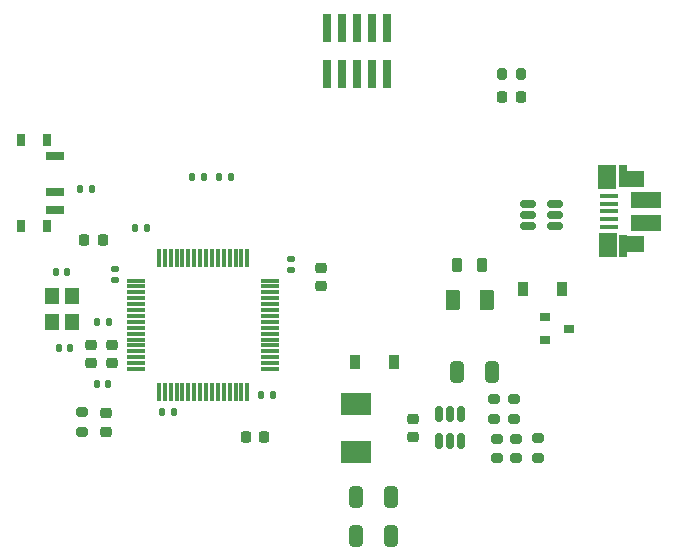
<source format=gbr>
%TF.GenerationSoftware,KiCad,Pcbnew,(5.99.0-7547-g7565f60a03)*%
%TF.CreationDate,2020-12-15T07:52:55+08:00*%
%TF.ProjectId,STM32F4_REV2,53544d33-3246-4345-9f52-4556322e6b69,rev?*%
%TF.SameCoordinates,Original*%
%TF.FileFunction,Paste,Top*%
%TF.FilePolarity,Positive*%
%FSLAX46Y46*%
G04 Gerber Fmt 4.6, Leading zero omitted, Abs format (unit mm)*
G04 Created by KiCad (PCBNEW (5.99.0-7547-g7565f60a03)) date 2020-12-15 07:52:55*
%MOMM*%
%LPD*%
G01*
G04 APERTURE LIST*
G04 Aperture macros list*
%AMRoundRect*
0 Rectangle with rounded corners*
0 $1 Rounding radius*
0 $2 $3 $4 $5 $6 $7 $8 $9 X,Y pos of 4 corners*
0 Add a 4 corners polygon primitive as box body*
4,1,4,$2,$3,$4,$5,$6,$7,$8,$9,$2,$3,0*
0 Add four circle primitives for the rounded corners*
1,1,$1+$1,$2,$3,0*
1,1,$1+$1,$4,$5,0*
1,1,$1+$1,$6,$7,0*
1,1,$1+$1,$8,$9,0*
0 Add four rect primitives between the rounded corners*
20,1,$1+$1,$2,$3,$4,$5,0*
20,1,$1+$1,$4,$5,$6,$7,0*
20,1,$1+$1,$6,$7,$8,$9,0*
20,1,$1+$1,$8,$9,$2,$3,0*%
G04 Aperture macros list end*
%ADD10RoundRect,0.140000X0.140000X0.170000X-0.140000X0.170000X-0.140000X-0.170000X0.140000X-0.170000X0*%
%ADD11R,0.740000X2.400000*%
%ADD12RoundRect,0.250000X0.375000X0.625000X-0.375000X0.625000X-0.375000X-0.625000X0.375000X-0.625000X0*%
%ADD13R,1.650000X0.400000*%
%ADD14R,0.700000X1.825000*%
%ADD15R,1.500000X2.000000*%
%ADD16R,2.000000X1.350000*%
%ADD17R,2.500000X1.430000*%
%ADD18RoundRect,0.200000X-0.275000X0.200000X-0.275000X-0.200000X0.275000X-0.200000X0.275000X0.200000X0*%
%ADD19RoundRect,0.225000X0.250000X-0.225000X0.250000X0.225000X-0.250000X0.225000X-0.250000X-0.225000X0*%
%ADD20R,2.500000X1.900000*%
%ADD21RoundRect,0.140000X-0.140000X-0.170000X0.140000X-0.170000X0.140000X0.170000X-0.140000X0.170000X0*%
%ADD22RoundRect,0.075000X-0.700000X-0.075000X0.700000X-0.075000X0.700000X0.075000X-0.700000X0.075000X0*%
%ADD23RoundRect,0.075000X-0.075000X-0.700000X0.075000X-0.700000X0.075000X0.700000X-0.075000X0.700000X0*%
%ADD24R,0.800000X1.000000*%
%ADD25R,1.500000X0.700000*%
%ADD26RoundRect,0.140000X0.170000X-0.140000X0.170000X0.140000X-0.170000X0.140000X-0.170000X-0.140000X0*%
%ADD27RoundRect,0.200000X-0.200000X-0.275000X0.200000X-0.275000X0.200000X0.275000X-0.200000X0.275000X0*%
%ADD28RoundRect,0.147500X0.147500X0.172500X-0.147500X0.172500X-0.147500X-0.172500X0.147500X-0.172500X0*%
%ADD29RoundRect,0.218750X-0.218750X-0.381250X0.218750X-0.381250X0.218750X0.381250X-0.218750X0.381250X0*%
%ADD30R,0.900000X1.200000*%
%ADD31RoundRect,0.225000X-0.225000X-0.250000X0.225000X-0.250000X0.225000X0.250000X-0.225000X0.250000X0*%
%ADD32RoundRect,0.135000X0.135000X0.185000X-0.135000X0.185000X-0.135000X-0.185000X0.135000X-0.185000X0*%
%ADD33RoundRect,0.218750X0.256250X-0.218750X0.256250X0.218750X-0.256250X0.218750X-0.256250X-0.218750X0*%
%ADD34RoundRect,0.200000X0.275000X-0.200000X0.275000X0.200000X-0.275000X0.200000X-0.275000X-0.200000X0*%
%ADD35RoundRect,0.135000X-0.135000X-0.185000X0.135000X-0.185000X0.135000X0.185000X-0.135000X0.185000X0*%
%ADD36RoundRect,0.225000X-0.250000X0.225000X-0.250000X-0.225000X0.250000X-0.225000X0.250000X0.225000X0*%
%ADD37RoundRect,0.150000X0.150000X-0.512500X0.150000X0.512500X-0.150000X0.512500X-0.150000X-0.512500X0*%
%ADD38RoundRect,0.250000X0.325000X0.650000X-0.325000X0.650000X-0.325000X-0.650000X0.325000X-0.650000X0*%
%ADD39RoundRect,0.250000X-0.325000X-0.650000X0.325000X-0.650000X0.325000X0.650000X-0.325000X0.650000X0*%
%ADD40R,1.200000X1.400000*%
%ADD41RoundRect,0.150000X0.512500X0.150000X-0.512500X0.150000X-0.512500X-0.150000X0.512500X-0.150000X0*%
%ADD42R,0.900000X0.800000*%
%ADD43RoundRect,0.218750X0.218750X0.256250X-0.218750X0.256250X-0.218750X-0.256250X0.218750X-0.256250X0*%
G04 APERTURE END LIST*
D10*
%TO.C,C10*%
X95520000Y-85575000D03*
X96480000Y-85575000D03*
%TD*%
D11*
%TO.C,J2*%
X116790000Y-68600000D03*
X116790000Y-72500000D03*
X115520000Y-68600000D03*
X115520000Y-72500000D03*
X114250000Y-68600000D03*
X114250000Y-72500000D03*
X112980000Y-68600000D03*
X112980000Y-72500000D03*
X111710000Y-68600000D03*
X111710000Y-72500000D03*
%TD*%
D12*
%TO.C,F1*%
X122450000Y-91650000D03*
X125250000Y-91650000D03*
%TD*%
D13*
%TO.C,J5*%
X135595000Y-85455000D03*
X135595000Y-84805000D03*
X135595000Y-84155000D03*
X135595000Y-83505000D03*
X135595000Y-82855000D03*
D14*
X136795000Y-81155000D03*
X136795000Y-87105000D03*
D15*
X135475000Y-81255000D03*
X135495000Y-87005000D03*
D16*
X137545000Y-86885000D03*
D17*
X138745000Y-85115000D03*
D16*
X137545000Y-81405000D03*
D17*
X138745000Y-83195000D03*
%TD*%
D18*
%TO.C,R3*%
X129600000Y-103375000D03*
X129600000Y-105025000D03*
%TD*%
D10*
%TO.C,C7*%
X98757327Y-101175507D03*
X97797327Y-101175507D03*
%TD*%
D19*
%TO.C,C12*%
X93500000Y-97025000D03*
X93500000Y-95475000D03*
%TD*%
D20*
%TO.C,L1*%
X114175000Y-100425000D03*
X114175000Y-104525000D03*
%TD*%
D18*
%TO.C,R5*%
X127730000Y-103415000D03*
X127730000Y-105065000D03*
%TD*%
%TO.C,R9*%
X91000000Y-101175000D03*
X91000000Y-102825000D03*
%TD*%
D21*
%TO.C,C15*%
X88770000Y-89250000D03*
X89730000Y-89250000D03*
%TD*%
D22*
%TO.C,U2*%
X95575000Y-90000000D03*
X95575000Y-90500000D03*
X95575000Y-91000000D03*
X95575000Y-91500000D03*
X95575000Y-92000000D03*
X95575000Y-92500000D03*
X95575000Y-93000000D03*
X95575000Y-93500000D03*
X95575000Y-94000000D03*
X95575000Y-94500000D03*
X95575000Y-95000000D03*
X95575000Y-95500000D03*
X95575000Y-96000000D03*
X95575000Y-96500000D03*
X95575000Y-97000000D03*
X95575000Y-97500000D03*
D23*
X97500000Y-99425000D03*
X98000000Y-99425000D03*
X98500000Y-99425000D03*
X99000000Y-99425000D03*
X99500000Y-99425000D03*
X100000000Y-99425000D03*
X100500000Y-99425000D03*
X101000000Y-99425000D03*
X101500000Y-99425000D03*
X102000000Y-99425000D03*
X102500000Y-99425000D03*
X103000000Y-99425000D03*
X103500000Y-99425000D03*
X104000000Y-99425000D03*
X104500000Y-99425000D03*
X105000000Y-99425000D03*
D22*
X106925000Y-97500000D03*
X106925000Y-97000000D03*
X106925000Y-96500000D03*
X106925000Y-96000000D03*
X106925000Y-95500000D03*
X106925000Y-95000000D03*
X106925000Y-94500000D03*
X106925000Y-94000000D03*
X106925000Y-93500000D03*
X106925000Y-93000000D03*
X106925000Y-92500000D03*
X106925000Y-92000000D03*
X106925000Y-91500000D03*
X106925000Y-91000000D03*
X106925000Y-90500000D03*
X106925000Y-90000000D03*
D23*
X105000000Y-88075000D03*
X104500000Y-88075000D03*
X104000000Y-88075000D03*
X103500000Y-88075000D03*
X103000000Y-88075000D03*
X102500000Y-88075000D03*
X102000000Y-88075000D03*
X101500000Y-88075000D03*
X101000000Y-88075000D03*
X100500000Y-88075000D03*
X100000000Y-88075000D03*
X99500000Y-88075000D03*
X99000000Y-88075000D03*
X98500000Y-88075000D03*
X98000000Y-88075000D03*
X97500000Y-88075000D03*
%TD*%
D19*
%TO.C,C11*%
X91750000Y-97025000D03*
X91750000Y-95475000D03*
%TD*%
D24*
%TO.C,SW1*%
X88030000Y-85400000D03*
X88030000Y-78100000D03*
X85820000Y-85400000D03*
X85820000Y-78100000D03*
D25*
X88680000Y-79500000D03*
X88680000Y-82500000D03*
X88680000Y-84000000D03*
%TD*%
D26*
%TO.C,C6*%
X93750000Y-89980000D03*
X93750000Y-89020000D03*
%TD*%
D27*
%TO.C,R6*%
X126525000Y-72500000D03*
X128175000Y-72500000D03*
%TD*%
D28*
%TO.C,L2*%
X93235000Y-98750000D03*
X92265000Y-98750000D03*
%TD*%
D29*
%TO.C,FB1*%
X122712500Y-88700000D03*
X124837500Y-88700000D03*
%TD*%
D30*
%TO.C,D1*%
X128350000Y-90750000D03*
X131650000Y-90750000D03*
%TD*%
D31*
%TO.C,C13*%
X104875000Y-103250000D03*
X106425000Y-103250000D03*
%TD*%
D19*
%TO.C,C14*%
X111270000Y-90495000D03*
X111270000Y-88945000D03*
%TD*%
D32*
%TO.C,R8*%
X93260000Y-93500000D03*
X92240000Y-93500000D03*
%TD*%
D30*
%TO.C,D2*%
X114125000Y-96900000D03*
X117425000Y-96900000D03*
%TD*%
D33*
%TO.C,D4*%
X93000000Y-102787500D03*
X93000000Y-101212500D03*
%TD*%
D34*
%TO.C,R4*%
X126100000Y-105055000D03*
X126100000Y-103405000D03*
%TD*%
D35*
%TO.C,R10*%
X100340000Y-81250000D03*
X101360000Y-81250000D03*
%TD*%
D32*
%TO.C,R11*%
X103610000Y-81250000D03*
X102590000Y-81250000D03*
%TD*%
D36*
%TO.C,C4*%
X119000000Y-101725000D03*
X119000000Y-103275000D03*
%TD*%
D37*
%TO.C,U1*%
X121200000Y-103587500D03*
X122150000Y-103587500D03*
X123100000Y-103587500D03*
X123100000Y-101312500D03*
X122150000Y-101312500D03*
X121200000Y-101312500D03*
%TD*%
D31*
%TO.C,C5*%
X91195000Y-86590000D03*
X92745000Y-86590000D03*
%TD*%
D35*
%TO.C,R7*%
X90820000Y-82260000D03*
X91840000Y-82260000D03*
%TD*%
D26*
%TO.C,C9*%
X108700000Y-89105000D03*
X108700000Y-88145000D03*
%TD*%
D38*
%TO.C,C3*%
X117160000Y-108335000D03*
X114210000Y-108335000D03*
%TD*%
D39*
%TO.C,C1*%
X122775000Y-97750000D03*
X125725000Y-97750000D03*
%TD*%
D18*
%TO.C,R2*%
X127550000Y-100075000D03*
X127550000Y-101725000D03*
%TD*%
D40*
%TO.C,Y1*%
X88450000Y-91300000D03*
X88450000Y-93500000D03*
X90150000Y-93500000D03*
X90150000Y-91300000D03*
%TD*%
D41*
%TO.C,U3*%
X131012500Y-85425000D03*
X131012500Y-84475000D03*
X131012500Y-83525000D03*
X128737500Y-83525000D03*
X128737500Y-84475000D03*
X128737500Y-85425000D03*
%TD*%
D42*
%TO.C,Q1*%
X130225000Y-93125000D03*
X130225000Y-95025000D03*
X132225000Y-94075000D03*
%TD*%
D38*
%TO.C,C2*%
X117160000Y-111635000D03*
X114210000Y-111635000D03*
%TD*%
D21*
%TO.C,C8*%
X106170000Y-99700000D03*
X107130000Y-99700000D03*
%TD*%
D43*
%TO.C,D3*%
X128137500Y-74500000D03*
X126562500Y-74500000D03*
%TD*%
D34*
%TO.C,R1*%
X125850000Y-101725000D03*
X125850000Y-100075000D03*
%TD*%
D10*
%TO.C,C16*%
X90000000Y-95750000D03*
X89040000Y-95750000D03*
%TD*%
M02*

</source>
